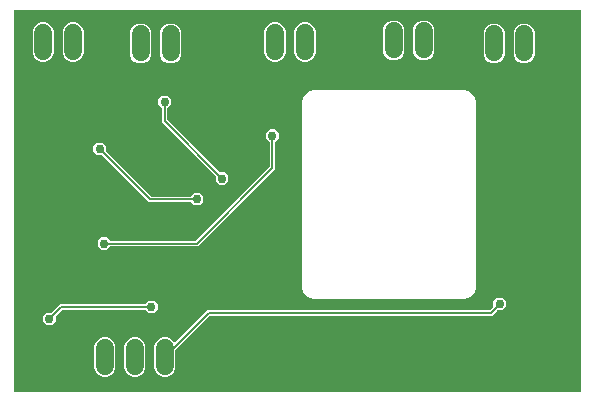
<source format=gbr>
G04 EAGLE Gerber RS-274X export*
G75*
%MOMM*%
%FSLAX34Y34*%
%LPD*%
%INBottom Copper*%
%IPPOS*%
%AMOC8*
5,1,8,0,0,1.08239X$1,22.5*%
G01*
%ADD10C,1.524000*%
%ADD11C,0.756400*%
%ADD12C,0.152400*%

G36*
X489098Y15164D02*
X489098Y15164D01*
X489117Y15162D01*
X489219Y15184D01*
X489321Y15200D01*
X489338Y15210D01*
X489358Y15214D01*
X489447Y15267D01*
X489538Y15316D01*
X489552Y15330D01*
X489569Y15340D01*
X489636Y15419D01*
X489708Y15494D01*
X489716Y15512D01*
X489729Y15527D01*
X489768Y15623D01*
X489811Y15717D01*
X489813Y15737D01*
X489821Y15755D01*
X489839Y15922D01*
X489839Y338378D01*
X489836Y338398D01*
X489838Y338417D01*
X489816Y338519D01*
X489800Y338621D01*
X489790Y338638D01*
X489786Y338658D01*
X489733Y338747D01*
X489684Y338838D01*
X489670Y338852D01*
X489660Y338869D01*
X489581Y338936D01*
X489506Y339008D01*
X489488Y339016D01*
X489473Y339029D01*
X489377Y339068D01*
X489283Y339111D01*
X489263Y339113D01*
X489245Y339121D01*
X489078Y339139D01*
X10922Y339139D01*
X10902Y339136D01*
X10883Y339138D01*
X10781Y339116D01*
X10679Y339100D01*
X10662Y339090D01*
X10642Y339086D01*
X10553Y339033D01*
X10462Y338984D01*
X10448Y338970D01*
X10431Y338960D01*
X10364Y338881D01*
X10292Y338806D01*
X10284Y338788D01*
X10271Y338773D01*
X10232Y338677D01*
X10189Y338583D01*
X10187Y338563D01*
X10179Y338545D01*
X10161Y338378D01*
X10161Y15922D01*
X10164Y15902D01*
X10162Y15883D01*
X10184Y15781D01*
X10200Y15679D01*
X10210Y15662D01*
X10214Y15642D01*
X10267Y15553D01*
X10316Y15462D01*
X10330Y15448D01*
X10340Y15431D01*
X10419Y15364D01*
X10494Y15292D01*
X10512Y15284D01*
X10527Y15271D01*
X10623Y15232D01*
X10717Y15189D01*
X10737Y15187D01*
X10755Y15179D01*
X10922Y15161D01*
X489078Y15161D01*
X489098Y15164D01*
G37*
%LPC*%
G36*
X262827Y94077D02*
X262827Y94077D01*
X258813Y95740D01*
X255740Y98813D01*
X254077Y102827D01*
X254077Y262173D01*
X255740Y266187D01*
X258813Y269260D01*
X262827Y270923D01*
X392173Y270923D01*
X396187Y269260D01*
X399260Y266187D01*
X400923Y262173D01*
X400923Y102827D01*
X399260Y98813D01*
X396187Y95740D01*
X392173Y94077D01*
X262827Y94077D01*
G37*
%LPD*%
%LPC*%
G36*
X135781Y28635D02*
X135781Y28635D01*
X132420Y30027D01*
X129847Y32600D01*
X128455Y35961D01*
X128455Y54839D01*
X129847Y58200D01*
X132420Y60773D01*
X135781Y62165D01*
X139419Y62165D01*
X142780Y60773D01*
X145353Y58200D01*
X145448Y57970D01*
X145472Y57931D01*
X145488Y57888D01*
X145536Y57827D01*
X145577Y57761D01*
X145613Y57732D01*
X145641Y57696D01*
X145707Y57654D01*
X145767Y57604D01*
X145810Y57588D01*
X145848Y57563D01*
X145924Y57544D01*
X145996Y57516D01*
X146042Y57514D01*
X146087Y57503D01*
X146164Y57509D01*
X146242Y57506D01*
X146286Y57519D01*
X146332Y57522D01*
X146404Y57553D01*
X146478Y57574D01*
X146516Y57600D01*
X146558Y57618D01*
X146665Y57704D01*
X146680Y57715D01*
X146683Y57719D01*
X146689Y57723D01*
X173753Y84787D01*
X412487Y84787D01*
X412578Y84801D01*
X412668Y84809D01*
X412698Y84821D01*
X412730Y84826D01*
X412811Y84869D01*
X412895Y84905D01*
X412927Y84931D01*
X412948Y84942D01*
X412970Y84965D01*
X413026Y85010D01*
X415720Y87704D01*
X415762Y87763D01*
X415810Y87813D01*
X415818Y87830D01*
X415833Y87848D01*
X415845Y87878D01*
X415864Y87904D01*
X415887Y87979D01*
X415913Y88036D01*
X415915Y88052D01*
X415925Y88076D01*
X415929Y88117D01*
X415936Y88139D01*
X415935Y88171D01*
X415943Y88243D01*
X415943Y92198D01*
X419052Y95307D01*
X423448Y95307D01*
X426557Y92198D01*
X426557Y87802D01*
X423448Y84693D01*
X419493Y84693D01*
X419402Y84679D01*
X419312Y84671D01*
X419282Y84659D01*
X419250Y84654D01*
X419169Y84611D01*
X419085Y84575D01*
X419053Y84549D01*
X419032Y84538D01*
X419010Y84515D01*
X418954Y84470D01*
X414697Y80213D01*
X175963Y80213D01*
X175872Y80199D01*
X175782Y80191D01*
X175752Y80179D01*
X175720Y80174D01*
X175639Y80131D01*
X175555Y80095D01*
X175523Y80069D01*
X175502Y80058D01*
X175480Y80035D01*
X175424Y79990D01*
X146968Y51534D01*
X146915Y51460D01*
X146855Y51390D01*
X146843Y51360D01*
X146824Y51334D01*
X146797Y51247D01*
X146763Y51162D01*
X146759Y51121D01*
X146752Y51099D01*
X146753Y51067D01*
X146745Y50995D01*
X146745Y35961D01*
X145353Y32600D01*
X142780Y30027D01*
X139419Y28635D01*
X135781Y28635D01*
G37*
%LPD*%
%LPC*%
G36*
X84052Y135943D02*
X84052Y135943D01*
X80943Y139052D01*
X80943Y143448D01*
X84052Y146557D01*
X88448Y146557D01*
X91245Y143760D01*
X91319Y143707D01*
X91389Y143647D01*
X91419Y143635D01*
X91445Y143616D01*
X91532Y143589D01*
X91617Y143555D01*
X91658Y143551D01*
X91680Y143544D01*
X91712Y143545D01*
X91783Y143537D01*
X163737Y143537D01*
X163828Y143551D01*
X163918Y143559D01*
X163948Y143571D01*
X163980Y143576D01*
X164061Y143619D01*
X164145Y143655D01*
X164177Y143681D01*
X164198Y143692D01*
X164220Y143715D01*
X164276Y143760D01*
X226240Y205724D01*
X226287Y205789D01*
X226303Y205806D01*
X226307Y205814D01*
X226353Y205868D01*
X226365Y205898D01*
X226384Y205924D01*
X226411Y206011D01*
X226445Y206096D01*
X226449Y206137D01*
X226456Y206159D01*
X226455Y206191D01*
X226463Y206263D01*
X226463Y226967D01*
X226449Y227057D01*
X226441Y227148D01*
X226429Y227177D01*
X226424Y227209D01*
X226381Y227290D01*
X226345Y227374D01*
X226319Y227406D01*
X226308Y227427D01*
X226285Y227449D01*
X226240Y227505D01*
X223443Y230302D01*
X223443Y234698D01*
X226552Y237807D01*
X230948Y237807D01*
X234057Y234698D01*
X234057Y230302D01*
X231260Y227505D01*
X231207Y227431D01*
X231147Y227361D01*
X231135Y227331D01*
X231116Y227305D01*
X231089Y227218D01*
X231055Y227133D01*
X231051Y227092D01*
X231044Y227070D01*
X231045Y227038D01*
X231037Y226967D01*
X231037Y204053D01*
X165947Y138963D01*
X91783Y138963D01*
X91693Y138949D01*
X91602Y138941D01*
X91573Y138929D01*
X91541Y138924D01*
X91460Y138881D01*
X91376Y138845D01*
X91344Y138819D01*
X91323Y138808D01*
X91301Y138785D01*
X91245Y138740D01*
X88448Y135943D01*
X84052Y135943D01*
G37*
%LPD*%
%LPC*%
G36*
X162802Y173443D02*
X162802Y173443D01*
X160005Y176240D01*
X159931Y176293D01*
X159861Y176353D01*
X159831Y176365D01*
X159805Y176384D01*
X159718Y176411D01*
X159633Y176445D01*
X159592Y176449D01*
X159570Y176456D01*
X159538Y176455D01*
X159467Y176463D01*
X124053Y176463D01*
X84796Y215720D01*
X84722Y215773D01*
X84652Y215833D01*
X84622Y215845D01*
X84596Y215864D01*
X84509Y215891D01*
X84424Y215925D01*
X84383Y215929D01*
X84361Y215936D01*
X84329Y215935D01*
X84257Y215943D01*
X80302Y215943D01*
X77193Y219052D01*
X77193Y223448D01*
X80302Y226557D01*
X84698Y226557D01*
X87807Y223448D01*
X87807Y219493D01*
X87821Y219402D01*
X87829Y219312D01*
X87841Y219282D01*
X87846Y219250D01*
X87889Y219169D01*
X87925Y219085D01*
X87951Y219053D01*
X87962Y219032D01*
X87985Y219010D01*
X88030Y218954D01*
X125724Y181260D01*
X125798Y181207D01*
X125868Y181147D01*
X125898Y181135D01*
X125924Y181116D01*
X126011Y181089D01*
X126096Y181055D01*
X126137Y181051D01*
X126159Y181044D01*
X126191Y181045D01*
X126263Y181037D01*
X159467Y181037D01*
X159557Y181051D01*
X159648Y181059D01*
X159677Y181071D01*
X159709Y181076D01*
X159790Y181119D01*
X159874Y181155D01*
X159906Y181181D01*
X159927Y181192D01*
X159949Y181215D01*
X160005Y181260D01*
X162802Y184057D01*
X167198Y184057D01*
X170307Y180948D01*
X170307Y176552D01*
X167198Y173443D01*
X162802Y173443D01*
G37*
%LPD*%
%LPC*%
G36*
X37802Y72193D02*
X37802Y72193D01*
X34693Y75302D01*
X34693Y79698D01*
X37802Y82807D01*
X41757Y82807D01*
X41848Y82821D01*
X41938Y82829D01*
X41968Y82841D01*
X42000Y82846D01*
X42081Y82889D01*
X42165Y82925D01*
X42197Y82951D01*
X42218Y82962D01*
X42240Y82985D01*
X42296Y83030D01*
X49053Y89787D01*
X120717Y89787D01*
X120807Y89801D01*
X120898Y89809D01*
X120927Y89821D01*
X120959Y89826D01*
X121040Y89869D01*
X121124Y89905D01*
X121156Y89931D01*
X121177Y89942D01*
X121199Y89965D01*
X121255Y90010D01*
X124052Y92807D01*
X128448Y92807D01*
X131557Y89698D01*
X131557Y85302D01*
X128448Y82193D01*
X124052Y82193D01*
X121255Y84990D01*
X121181Y85043D01*
X121111Y85103D01*
X121081Y85115D01*
X121055Y85134D01*
X120968Y85161D01*
X120883Y85195D01*
X120842Y85199D01*
X120820Y85206D01*
X120788Y85205D01*
X120717Y85213D01*
X51263Y85213D01*
X51172Y85199D01*
X51082Y85191D01*
X51052Y85179D01*
X51020Y85174D01*
X50939Y85131D01*
X50855Y85095D01*
X50823Y85069D01*
X50802Y85058D01*
X50787Y85042D01*
X50785Y85041D01*
X50777Y85032D01*
X50724Y84990D01*
X45530Y79796D01*
X45477Y79722D01*
X45417Y79652D01*
X45405Y79622D01*
X45386Y79596D01*
X45359Y79509D01*
X45325Y79424D01*
X45321Y79383D01*
X45314Y79361D01*
X45315Y79329D01*
X45307Y79257D01*
X45307Y75302D01*
X42198Y72193D01*
X37802Y72193D01*
G37*
%LPD*%
%LPC*%
G36*
X33031Y294985D02*
X33031Y294985D01*
X29670Y296377D01*
X27097Y298950D01*
X25705Y302311D01*
X25705Y321189D01*
X27097Y324550D01*
X29670Y327123D01*
X33031Y328515D01*
X36669Y328515D01*
X40030Y327123D01*
X42603Y324550D01*
X43995Y321189D01*
X43995Y302311D01*
X42603Y298950D01*
X40030Y296377D01*
X36669Y294985D01*
X33031Y294985D01*
G37*
%LPD*%
%LPC*%
G36*
X440281Y293885D02*
X440281Y293885D01*
X436920Y295277D01*
X434347Y297850D01*
X432955Y301211D01*
X432955Y320089D01*
X434347Y323450D01*
X436920Y326023D01*
X440281Y327415D01*
X443919Y327415D01*
X447280Y326023D01*
X449853Y323450D01*
X451245Y320089D01*
X451245Y301211D01*
X449853Y297850D01*
X447280Y295277D01*
X443919Y293885D01*
X440281Y293885D01*
G37*
%LPD*%
%LPC*%
G36*
X414881Y293885D02*
X414881Y293885D01*
X411520Y295277D01*
X408947Y297850D01*
X407555Y301211D01*
X407555Y320089D01*
X408947Y323450D01*
X411520Y326023D01*
X414881Y327415D01*
X418519Y327415D01*
X421880Y326023D01*
X424453Y323450D01*
X425845Y320089D01*
X425845Y301211D01*
X424453Y297850D01*
X421880Y295277D01*
X418519Y293885D01*
X414881Y293885D01*
G37*
%LPD*%
%LPC*%
G36*
X140781Y293885D02*
X140781Y293885D01*
X137420Y295277D01*
X134847Y297850D01*
X133455Y301211D01*
X133455Y320089D01*
X134847Y323450D01*
X137420Y326023D01*
X140781Y327415D01*
X144419Y327415D01*
X147780Y326023D01*
X150353Y323450D01*
X151745Y320089D01*
X151745Y301211D01*
X150353Y297850D01*
X147780Y295277D01*
X144419Y293885D01*
X140781Y293885D01*
G37*
%LPD*%
%LPC*%
G36*
X115381Y293885D02*
X115381Y293885D01*
X112020Y295277D01*
X109447Y297850D01*
X108055Y301211D01*
X108055Y320089D01*
X109447Y323450D01*
X112020Y326023D01*
X115381Y327415D01*
X119019Y327415D01*
X122380Y326023D01*
X124953Y323450D01*
X126345Y320089D01*
X126345Y301211D01*
X124953Y297850D01*
X122380Y295277D01*
X119019Y293885D01*
X115381Y293885D01*
G37*
%LPD*%
%LPC*%
G36*
X58431Y294985D02*
X58431Y294985D01*
X55070Y296377D01*
X52497Y298950D01*
X51105Y302311D01*
X51105Y321189D01*
X52497Y324550D01*
X55070Y327123D01*
X58431Y328515D01*
X62069Y328515D01*
X65430Y327123D01*
X68003Y324550D01*
X69395Y321189D01*
X69395Y302311D01*
X68003Y298950D01*
X65430Y296377D01*
X62069Y294985D01*
X58431Y294985D01*
G37*
%LPD*%
%LPC*%
G36*
X84981Y28635D02*
X84981Y28635D01*
X81620Y30027D01*
X79047Y32600D01*
X77655Y35961D01*
X77655Y54839D01*
X79047Y58200D01*
X81620Y60773D01*
X84981Y62165D01*
X88619Y62165D01*
X91980Y60773D01*
X94553Y58200D01*
X95945Y54839D01*
X95945Y35961D01*
X94553Y32600D01*
X91980Y30027D01*
X88619Y28635D01*
X84981Y28635D01*
G37*
%LPD*%
%LPC*%
G36*
X229381Y295135D02*
X229381Y295135D01*
X226020Y296527D01*
X223447Y299100D01*
X222055Y302461D01*
X222055Y321339D01*
X223447Y324700D01*
X226020Y327273D01*
X229381Y328665D01*
X233019Y328665D01*
X236380Y327273D01*
X238953Y324700D01*
X240345Y321339D01*
X240345Y302461D01*
X238953Y299100D01*
X236380Y296527D01*
X233019Y295135D01*
X229381Y295135D01*
G37*
%LPD*%
%LPC*%
G36*
X254781Y295135D02*
X254781Y295135D01*
X251420Y296527D01*
X248847Y299100D01*
X247455Y302461D01*
X247455Y321339D01*
X248847Y324700D01*
X251420Y327273D01*
X254781Y328665D01*
X258419Y328665D01*
X261780Y327273D01*
X264353Y324700D01*
X265745Y321339D01*
X265745Y302461D01*
X264353Y299100D01*
X261780Y296527D01*
X258419Y295135D01*
X254781Y295135D01*
G37*
%LPD*%
%LPC*%
G36*
X329631Y296385D02*
X329631Y296385D01*
X326270Y297777D01*
X323697Y300350D01*
X322305Y303711D01*
X322305Y322589D01*
X323697Y325950D01*
X326270Y328523D01*
X329631Y329915D01*
X333269Y329915D01*
X336630Y328523D01*
X339203Y325950D01*
X340595Y322589D01*
X340595Y303711D01*
X339203Y300350D01*
X336630Y297777D01*
X333269Y296385D01*
X329631Y296385D01*
G37*
%LPD*%
%LPC*%
G36*
X355031Y296385D02*
X355031Y296385D01*
X351670Y297777D01*
X349097Y300350D01*
X347705Y303711D01*
X347705Y322589D01*
X349097Y325950D01*
X351670Y328523D01*
X355031Y329915D01*
X358669Y329915D01*
X362030Y328523D01*
X364603Y325950D01*
X365995Y322589D01*
X365995Y303711D01*
X364603Y300350D01*
X362030Y297777D01*
X358669Y296385D01*
X355031Y296385D01*
G37*
%LPD*%
%LPC*%
G36*
X110381Y28635D02*
X110381Y28635D01*
X107020Y30027D01*
X104447Y32600D01*
X103055Y35961D01*
X103055Y54839D01*
X104447Y58200D01*
X107020Y60773D01*
X110381Y62165D01*
X114019Y62165D01*
X117380Y60773D01*
X119953Y58200D01*
X121345Y54839D01*
X121345Y35961D01*
X119953Y32600D01*
X117380Y30027D01*
X114019Y28635D01*
X110381Y28635D01*
G37*
%LPD*%
%LPC*%
G36*
X184052Y190943D02*
X184052Y190943D01*
X180943Y194052D01*
X180943Y198007D01*
X180929Y198098D01*
X180921Y198188D01*
X180909Y198218D01*
X180904Y198250D01*
X180861Y198331D01*
X180825Y198415D01*
X180799Y198447D01*
X180788Y198468D01*
X180765Y198490D01*
X180720Y198546D01*
X135213Y244053D01*
X135213Y255717D01*
X135210Y255736D01*
X135212Y255755D01*
X135197Y255825D01*
X135191Y255898D01*
X135179Y255927D01*
X135174Y255959D01*
X135164Y255977D01*
X135160Y255996D01*
X135124Y256055D01*
X135095Y256124D01*
X135069Y256156D01*
X135058Y256177D01*
X135043Y256191D01*
X135034Y256207D01*
X135018Y256220D01*
X134990Y256255D01*
X132193Y259052D01*
X132193Y263448D01*
X135302Y266557D01*
X139698Y266557D01*
X142807Y263448D01*
X142807Y259052D01*
X140010Y256255D01*
X139965Y256193D01*
X139918Y256144D01*
X139911Y256128D01*
X139897Y256111D01*
X139885Y256081D01*
X139866Y256055D01*
X139844Y255984D01*
X139815Y255921D01*
X139813Y255902D01*
X139805Y255883D01*
X139801Y255842D01*
X139794Y255820D01*
X139795Y255788D01*
X139787Y255717D01*
X139787Y246263D01*
X139801Y246172D01*
X139809Y246082D01*
X139821Y246052D01*
X139826Y246020D01*
X139869Y245939D01*
X139905Y245855D01*
X139931Y245823D01*
X139942Y245802D01*
X139965Y245780D01*
X140010Y245724D01*
X183954Y201780D01*
X184028Y201727D01*
X184098Y201667D01*
X184128Y201655D01*
X184154Y201636D01*
X184241Y201609D01*
X184326Y201575D01*
X184367Y201571D01*
X184389Y201564D01*
X184421Y201565D01*
X184493Y201557D01*
X188448Y201557D01*
X191557Y198448D01*
X191557Y194052D01*
X188448Y190943D01*
X184052Y190943D01*
G37*
%LPD*%
D10*
X60250Y319370D02*
X60250Y304130D01*
X34850Y304130D02*
X34850Y319370D01*
X142600Y318270D02*
X142600Y303030D01*
X117200Y303030D02*
X117200Y318270D01*
X256600Y319520D02*
X256600Y304280D01*
X231200Y304280D02*
X231200Y319520D01*
X356850Y320770D02*
X356850Y305530D01*
X331450Y305530D02*
X331450Y320770D01*
X442100Y318270D02*
X442100Y303030D01*
X416700Y303030D02*
X416700Y318270D01*
X137600Y53020D02*
X137600Y37780D01*
X112200Y37780D02*
X112200Y53020D01*
X86800Y53020D02*
X86800Y37780D01*
D11*
X86250Y141250D03*
D12*
X165000Y141250D01*
X228750Y205000D01*
X228750Y232500D01*
D11*
X228750Y232500D03*
X40000Y77500D03*
D12*
X50000Y87500D01*
X126250Y87500D01*
D11*
X126250Y87500D03*
X372500Y40000D03*
X145000Y216250D03*
D12*
X117500Y243750D01*
D11*
X117500Y243750D03*
X433750Y127500D03*
X145000Y192500D03*
X421250Y90000D03*
D12*
X413750Y82500D01*
X174700Y82500D01*
X137600Y45400D01*
D11*
X137500Y261250D03*
D12*
X137500Y245000D01*
X186250Y196250D01*
D11*
X186250Y196250D03*
X82500Y221250D03*
D12*
X125000Y178750D01*
X165000Y178750D01*
D11*
X165000Y178750D03*
M02*

</source>
